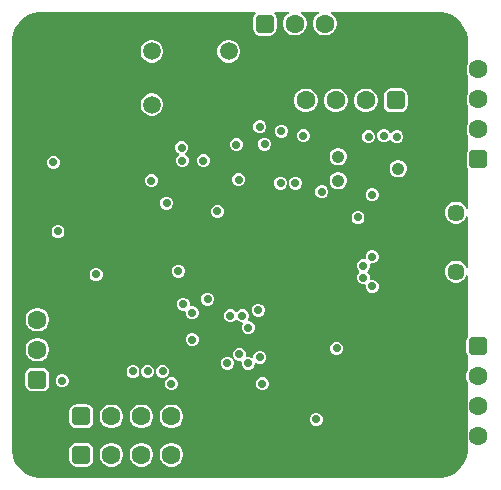
<source format=gbr>
%TF.GenerationSoftware,Altium Limited,Altium Designer,24.1.2 (44)*%
G04 Layer_Physical_Order=2*
G04 Layer_Color=36540*
%FSLAX45Y45*%
%MOMM*%
%TF.SameCoordinates,9F746DA8-F38A-4014-887F-1EC8760E2830*%
%TF.FilePolarity,Positive*%
%TF.FileFunction,Copper,L2,Inr,Signal*%
%TF.Part,Single*%
G01*
G75*
%TA.AperFunction,ComponentPad*%
%ADD36C,1.49800*%
%ADD37C,1.06700*%
%ADD38C,1.60000*%
G04:AMPARAMS|DCode=39|XSize=1.6mm|YSize=1.6mm|CornerRadius=0.4mm|HoleSize=0mm|Usage=FLASHONLY|Rotation=0.000|XOffset=0mm|YOffset=0mm|HoleType=Round|Shape=RoundedRectangle|*
%AMROUNDEDRECTD39*
21,1,1.60000,0.80000,0,0,0.0*
21,1,0.80000,1.60000,0,0,0.0*
1,1,0.80000,0.40000,-0.40000*
1,1,0.80000,-0.40000,-0.40000*
1,1,0.80000,-0.40000,0.40000*
1,1,0.80000,0.40000,0.40000*
%
%ADD39ROUNDEDRECTD39*%
G04:AMPARAMS|DCode=40|XSize=1.6mm|YSize=1.6mm|CornerRadius=0.4mm|HoleSize=0mm|Usage=FLASHONLY|Rotation=90.000|XOffset=0mm|YOffset=0mm|HoleType=Round|Shape=RoundedRectangle|*
%AMROUNDEDRECTD40*
21,1,1.60000,0.80000,0,0,90.0*
21,1,0.80000,1.60000,0,0,90.0*
1,1,0.80000,0.40000,0.40000*
1,1,0.80000,0.40000,-0.40000*
1,1,0.80000,-0.40000,-0.40000*
1,1,0.80000,-0.40000,0.40000*
%
%ADD40ROUNDEDRECTD40*%
%ADD41C,1.45000*%
%TA.AperFunction,ViaPad*%
%ADD42C,0.80000*%
%ADD43C,0.70000*%
%ADD44C,0.50000*%
G36*
X10530089Y11340239D02*
X10576314Y11321092D01*
X10617915Y11293294D01*
X10653294Y11257915D01*
X10681092Y11216314D01*
X10700239Y11170089D01*
X10710000Y11121017D01*
Y11096000D01*
Y10906115D01*
X10706815Y10900598D01*
X10700000Y10875165D01*
Y10848835D01*
X10706815Y10823402D01*
X10710000Y10817885D01*
Y10652115D01*
X10706815Y10646598D01*
X10700000Y10621165D01*
Y10594835D01*
X10706815Y10569402D01*
X10710000Y10563885D01*
Y10398115D01*
X10706815Y10392598D01*
X10700000Y10367165D01*
Y10340835D01*
X10706815Y10315402D01*
X10710000Y10309885D01*
Y10173167D01*
X10703481Y10163411D01*
X10698825Y10140000D01*
Y10060000D01*
X10703481Y10036589D01*
X10710000Y10026834D01*
Y9683257D01*
X10697300Y9681585D01*
X10696196Y9685704D01*
X10684019Y9706796D01*
X10666796Y9724018D01*
X10645704Y9736196D01*
X10622178Y9742500D01*
X10597822D01*
X10574297Y9736196D01*
X10553204Y9724018D01*
X10535982Y9706796D01*
X10523804Y9685704D01*
X10517500Y9662178D01*
Y9637822D01*
X10523804Y9614296D01*
X10535982Y9593204D01*
X10553204Y9575982D01*
X10574297Y9563804D01*
X10597822Y9557500D01*
X10622178D01*
X10645704Y9563804D01*
X10666796Y9575982D01*
X10684019Y9593204D01*
X10696196Y9614296D01*
X10697300Y9618415D01*
X10710000Y9616743D01*
Y9183257D01*
X10697300Y9181585D01*
X10696196Y9185703D01*
X10684019Y9206796D01*
X10666796Y9224018D01*
X10645704Y9236196D01*
X10622178Y9242500D01*
X10597822D01*
X10574297Y9236196D01*
X10553204Y9224018D01*
X10535982Y9206796D01*
X10523804Y9185703D01*
X10517500Y9162178D01*
Y9137822D01*
X10523804Y9114296D01*
X10535982Y9093204D01*
X10553204Y9075982D01*
X10574297Y9063804D01*
X10597822Y9057500D01*
X10622178D01*
X10645704Y9063804D01*
X10666796Y9075982D01*
X10684019Y9093204D01*
X10696196Y9114296D01*
X10697300Y9118415D01*
X10710000Y9116743D01*
Y8595908D01*
X10700981Y8582411D01*
X10696325Y8559000D01*
Y8479000D01*
X10700981Y8455589D01*
X10710000Y8442092D01*
Y8313445D01*
X10704315Y8303598D01*
X10697500Y8278165D01*
Y8251835D01*
X10704315Y8226402D01*
X10710000Y8216555D01*
Y7654000D01*
Y7628983D01*
X10700239Y7579911D01*
X10681092Y7533686D01*
X10653294Y7492084D01*
X10617915Y7456705D01*
X10576314Y7428908D01*
X10530089Y7409761D01*
X10481017Y7400000D01*
X7078983D01*
X7029911Y7409761D01*
X6983686Y7428908D01*
X6942084Y7456705D01*
X6906705Y7492084D01*
X6878908Y7533686D01*
X6859761Y7579911D01*
X6850000Y7628983D01*
Y7654000D01*
Y9510000D01*
Y11096000D01*
Y11121017D01*
X6859761Y11170089D01*
X6878908Y11216314D01*
X6906705Y11257915D01*
X6942084Y11293294D01*
X6983686Y11321092D01*
X7029911Y11340239D01*
X7078983Y11350000D01*
X8910940D01*
X8914792Y11337300D01*
X8908743Y11333257D01*
X8895481Y11313411D01*
X8890825Y11290000D01*
Y11210000D01*
X8895481Y11186589D01*
X8908743Y11166743D01*
X8928589Y11153481D01*
X8952000Y11148825D01*
X9032000D01*
X9055411Y11153481D01*
X9075257Y11166743D01*
X9088519Y11186589D01*
X9093175Y11210000D01*
Y11290000D01*
X9088519Y11313411D01*
X9075257Y11333257D01*
X9069208Y11337300D01*
X9073060Y11350000D01*
X9193805D01*
X9197208Y11337300D01*
X9184599Y11330020D01*
X9165980Y11311401D01*
X9152815Y11288598D01*
X9146000Y11263165D01*
Y11236835D01*
X9152815Y11211402D01*
X9165980Y11188599D01*
X9184599Y11169980D01*
X9207402Y11156815D01*
X9232835Y11150000D01*
X9259165D01*
X9284598Y11156815D01*
X9307401Y11169980D01*
X9326020Y11188599D01*
X9339185Y11211402D01*
X9346000Y11236835D01*
Y11263165D01*
X9339185Y11288598D01*
X9326020Y11311401D01*
X9307401Y11330020D01*
X9294792Y11337300D01*
X9298195Y11350000D01*
X9447805D01*
X9451208Y11337300D01*
X9438599Y11330020D01*
X9419980Y11311401D01*
X9406815Y11288598D01*
X9400000Y11263165D01*
Y11236835D01*
X9406815Y11211402D01*
X9419980Y11188599D01*
X9438599Y11169980D01*
X9461402Y11156815D01*
X9486835Y11150000D01*
X9513165D01*
X9538598Y11156815D01*
X9561401Y11169980D01*
X9580020Y11188599D01*
X9593185Y11211402D01*
X9600000Y11236835D01*
Y11263165D01*
X9593185Y11288598D01*
X9580020Y11311401D01*
X9561401Y11330020D01*
X9548792Y11337300D01*
X9552195Y11350000D01*
X10481017D01*
X10530089Y11340239D01*
D02*
G37*
%LPC*%
G36*
X8697494Y11109900D02*
X8672506D01*
X8648370Y11103433D01*
X8626730Y11090939D01*
X8609061Y11073270D01*
X8596568Y11051630D01*
X8590100Y11027494D01*
Y11002506D01*
X8596568Y10978370D01*
X8609061Y10956730D01*
X8626730Y10939061D01*
X8648370Y10926567D01*
X8672506Y10920100D01*
X8697494D01*
X8721630Y10926567D01*
X8743270Y10939061D01*
X8760939Y10956730D01*
X8773433Y10978370D01*
X8779900Y11002506D01*
Y11027494D01*
X8773433Y11051630D01*
X8760939Y11073270D01*
X8743270Y11090939D01*
X8721630Y11103433D01*
X8697494Y11109900D01*
D02*
G37*
G36*
X8047494D02*
X8022506D01*
X7998370Y11103433D01*
X7976730Y11090939D01*
X7959061Y11073270D01*
X7946567Y11051630D01*
X7940100Y11027494D01*
Y11002506D01*
X7946567Y10978370D01*
X7959061Y10956730D01*
X7976730Y10939061D01*
X7998370Y10926567D01*
X8022506Y10920100D01*
X8047494D01*
X8071630Y10926567D01*
X8093270Y10939061D01*
X8110939Y10956730D01*
X8123433Y10978370D01*
X8129900Y11002506D01*
Y11027494D01*
X8123433Y11051630D01*
X8110939Y11073270D01*
X8093270Y11090939D01*
X8071630Y11103433D01*
X8047494Y11109900D01*
D02*
G37*
G36*
X9859165Y10700000D02*
X9832835D01*
X9807402Y10693185D01*
X9784599Y10680020D01*
X9765980Y10661401D01*
X9752815Y10638598D01*
X9746000Y10613165D01*
Y10586835D01*
X9752815Y10561402D01*
X9765980Y10538599D01*
X9784599Y10519980D01*
X9807402Y10506815D01*
X9832835Y10500000D01*
X9859165D01*
X9884598Y10506815D01*
X9907401Y10519980D01*
X9926020Y10538599D01*
X9939185Y10561402D01*
X9946000Y10586835D01*
Y10613165D01*
X9939185Y10638598D01*
X9926020Y10661401D01*
X9907401Y10680020D01*
X9884598Y10693185D01*
X9859165Y10700000D01*
D02*
G37*
G36*
X9605165D02*
X9578835D01*
X9553402Y10693185D01*
X9530599Y10680020D01*
X9511980Y10661401D01*
X9498815Y10638598D01*
X9492000Y10613165D01*
Y10586835D01*
X9498815Y10561402D01*
X9511980Y10538599D01*
X9530599Y10519980D01*
X9553402Y10506815D01*
X9578835Y10500000D01*
X9605165D01*
X9630598Y10506815D01*
X9653401Y10519980D01*
X9672020Y10538599D01*
X9685185Y10561402D01*
X9692000Y10586835D01*
Y10613165D01*
X9685185Y10638598D01*
X9672020Y10661401D01*
X9653401Y10680020D01*
X9630598Y10693185D01*
X9605165Y10700000D01*
D02*
G37*
G36*
X9351165D02*
X9324835D01*
X9299402Y10693185D01*
X9276599Y10680020D01*
X9257980Y10661401D01*
X9244815Y10638598D01*
X9238000Y10613165D01*
Y10586835D01*
X9244815Y10561402D01*
X9257980Y10538599D01*
X9276599Y10519980D01*
X9299402Y10506815D01*
X9324835Y10500000D01*
X9351165D01*
X9376598Y10506815D01*
X9399401Y10519980D01*
X9418020Y10538599D01*
X9431185Y10561402D01*
X9438000Y10586835D01*
Y10613165D01*
X9431185Y10638598D01*
X9418020Y10661401D01*
X9399401Y10680020D01*
X9376598Y10693185D01*
X9351165Y10700000D01*
D02*
G37*
G36*
X10140000Y10701175D02*
X10060000D01*
X10036589Y10696519D01*
X10016743Y10683257D01*
X10003481Y10663411D01*
X9998825Y10640000D01*
Y10560000D01*
X10003481Y10536589D01*
X10016743Y10516742D01*
X10036589Y10503481D01*
X10060000Y10498825D01*
X10140000D01*
X10163411Y10503481D01*
X10183258Y10516742D01*
X10196519Y10536589D01*
X10201175Y10560000D01*
Y10640000D01*
X10196519Y10663411D01*
X10183258Y10683257D01*
X10163411Y10696519D01*
X10140000Y10701175D01*
D02*
G37*
G36*
X8047494Y10659900D02*
X8022506D01*
X7998370Y10653433D01*
X7976730Y10640939D01*
X7959061Y10623270D01*
X7946567Y10601630D01*
X7940100Y10577494D01*
Y10552506D01*
X7946567Y10528370D01*
X7959061Y10506730D01*
X7976730Y10489061D01*
X7998370Y10476567D01*
X8022506Y10470100D01*
X8047494D01*
X8071630Y10476567D01*
X8093270Y10489061D01*
X8110939Y10506730D01*
X8123433Y10528370D01*
X8129900Y10552506D01*
Y10577494D01*
X8123433Y10601630D01*
X8110939Y10623270D01*
X8093270Y10640939D01*
X8071630Y10653433D01*
X8047494Y10659900D01*
D02*
G37*
G36*
X8960940Y10430000D02*
X8939060D01*
X8918845Y10421627D01*
X8903373Y10406155D01*
X8895000Y10385940D01*
Y10364060D01*
X8903373Y10343845D01*
X8918845Y10328374D01*
X8939060Y10320000D01*
X8960940D01*
X8981155Y10328374D01*
X8996626Y10343845D01*
X9005000Y10364060D01*
Y10385940D01*
X8996626Y10406155D01*
X8981155Y10421627D01*
X8960940Y10430000D01*
D02*
G37*
G36*
X9140940Y10395000D02*
X9119060D01*
X9098845Y10386626D01*
X9083374Y10371155D01*
X9075000Y10350940D01*
Y10329060D01*
X9083374Y10308845D01*
X9098845Y10293373D01*
X9119060Y10285000D01*
X9140940D01*
X9161155Y10293373D01*
X9176627Y10308845D01*
X9185000Y10329060D01*
Y10350940D01*
X9176627Y10371155D01*
X9161155Y10386626D01*
X9140940Y10395000D01*
D02*
G37*
G36*
X9328440Y10355000D02*
X9306560D01*
X9286345Y10346626D01*
X9270874Y10331155D01*
X9262500Y10310940D01*
Y10289060D01*
X9270874Y10268845D01*
X9286345Y10253373D01*
X9306560Y10245000D01*
X9328440D01*
X9348655Y10253373D01*
X9364127Y10268845D01*
X9372500Y10289060D01*
Y10310940D01*
X9364127Y10331155D01*
X9348655Y10346626D01*
X9328440Y10355000D01*
D02*
G37*
G36*
X10010940D02*
X9989060D01*
X9968845Y10346626D01*
X9953374Y10331155D01*
X9945000Y10310940D01*
Y10289060D01*
X9953374Y10268845D01*
X9968845Y10253373D01*
X9989060Y10245000D01*
X10010940D01*
X10031155Y10253373D01*
X10045819Y10268038D01*
X10051534Y10268332D01*
X10059802Y10267467D01*
X10063374Y10258845D01*
X10078845Y10243373D01*
X10099060Y10235000D01*
X10120940D01*
X10141155Y10243373D01*
X10156627Y10258845D01*
X10165000Y10279060D01*
Y10300940D01*
X10156627Y10321155D01*
X10141155Y10336627D01*
X10120940Y10345000D01*
X10099060D01*
X10078845Y10336627D01*
X10064181Y10321962D01*
X10058466Y10321668D01*
X10050198Y10322533D01*
X10046627Y10331155D01*
X10031155Y10346626D01*
X10010940Y10355000D01*
D02*
G37*
G36*
X9880940Y10345000D02*
X9859060D01*
X9838845Y10336627D01*
X9823374Y10321155D01*
X9815000Y10300940D01*
Y10279060D01*
X9823374Y10258845D01*
X9838845Y10243373D01*
X9859060Y10235000D01*
X9880940D01*
X9901155Y10243373D01*
X9916627Y10258845D01*
X9925000Y10279060D01*
Y10300940D01*
X9916627Y10321155D01*
X9901155Y10336627D01*
X9880940Y10345000D01*
D02*
G37*
G36*
X9000940Y10285000D02*
X8979060D01*
X8958845Y10276627D01*
X8943374Y10261155D01*
X8935000Y10240940D01*
Y10219060D01*
X8943374Y10198845D01*
X8958845Y10183374D01*
X8979060Y10175000D01*
X9000940D01*
X9021155Y10183374D01*
X9036627Y10198845D01*
X9045000Y10219060D01*
Y10240940D01*
X9036627Y10261155D01*
X9021155Y10276627D01*
X9000940Y10285000D01*
D02*
G37*
G36*
X8760940Y10280000D02*
X8739060D01*
X8718845Y10271627D01*
X8703373Y10256155D01*
X8695000Y10235940D01*
Y10214060D01*
X8703373Y10193845D01*
X8718845Y10178374D01*
X8739060Y10170000D01*
X8760940D01*
X8781155Y10178374D01*
X8796627Y10193845D01*
X8805000Y10214060D01*
Y10235940D01*
X8796627Y10256155D01*
X8781155Y10271627D01*
X8760940Y10280000D01*
D02*
G37*
G36*
X9623157Y10197450D02*
X9603843D01*
X9585188Y10192451D01*
X9568462Y10182794D01*
X9554805Y10169138D01*
X9545149Y10152412D01*
X9540150Y10133756D01*
Y10114443D01*
X9545149Y10095788D01*
X9554805Y10079062D01*
X9568462Y10065405D01*
X9585188Y10055749D01*
X9603843Y10050750D01*
X9623157D01*
X9641812Y10055749D01*
X9658538Y10065405D01*
X9672195Y10079062D01*
X9681851Y10095788D01*
X9686850Y10114443D01*
Y10133756D01*
X9681851Y10152412D01*
X9672195Y10169138D01*
X9658538Y10182794D01*
X9641812Y10192451D01*
X9623157Y10197450D01*
D02*
G37*
G36*
X8480940Y10145000D02*
X8459060D01*
X8438845Y10136626D01*
X8423374Y10121155D01*
X8415000Y10100940D01*
Y10079060D01*
X8423374Y10058845D01*
X8438845Y10043373D01*
X8459060Y10035000D01*
X8480940D01*
X8501155Y10043373D01*
X8516627Y10058845D01*
X8525000Y10079060D01*
Y10100940D01*
X8516627Y10121155D01*
X8501155Y10136626D01*
X8480940Y10145000D01*
D02*
G37*
G36*
X8297352Y10255000D02*
X8275472D01*
X8255257Y10246626D01*
X8239785Y10231155D01*
X8231412Y10210940D01*
Y10189060D01*
X8239785Y10168845D01*
X8255257Y10153373D01*
X8261923Y10150612D01*
Y10136866D01*
X8261345Y10136626D01*
X8245874Y10121155D01*
X8237500Y10100940D01*
Y10079060D01*
X8245874Y10058845D01*
X8261345Y10043373D01*
X8281560Y10035000D01*
X8303440D01*
X8323655Y10043373D01*
X8339127Y10058845D01*
X8347500Y10079060D01*
Y10100940D01*
X8339127Y10121155D01*
X8323655Y10136626D01*
X8316989Y10139388D01*
Y10153134D01*
X8317567Y10153373D01*
X8333038Y10168845D01*
X8341412Y10189060D01*
Y10210940D01*
X8333038Y10231155D01*
X8317567Y10246626D01*
X8297352Y10255000D01*
D02*
G37*
G36*
X7210940Y10130000D02*
X7189060D01*
X7168845Y10121626D01*
X7153374Y10106155D01*
X7145000Y10085940D01*
Y10064060D01*
X7153374Y10043845D01*
X7168845Y10028373D01*
X7189060Y10020000D01*
X7210940D01*
X7231155Y10028373D01*
X7246627Y10043845D01*
X7255000Y10064060D01*
Y10085940D01*
X7246627Y10106155D01*
X7231155Y10121626D01*
X7210940Y10130000D01*
D02*
G37*
G36*
X10131157Y10095850D02*
X10111843D01*
X10093188Y10090851D01*
X10076462Y10081194D01*
X10062805Y10067538D01*
X10053149Y10050812D01*
X10048150Y10032156D01*
Y10012843D01*
X10053149Y9994188D01*
X10062805Y9977462D01*
X10076462Y9963805D01*
X10093188Y9954149D01*
X10111843Y9949150D01*
X10131157D01*
X10149812Y9954149D01*
X10166538Y9963805D01*
X10180195Y9977462D01*
X10189851Y9994188D01*
X10194850Y10012843D01*
Y10032156D01*
X10189851Y10050812D01*
X10180195Y10067538D01*
X10166538Y10081194D01*
X10149812Y10090851D01*
X10131157Y10095850D01*
D02*
G37*
G36*
X8780940Y9985000D02*
X8759060D01*
X8738845Y9976626D01*
X8723373Y9961155D01*
X8715000Y9940940D01*
Y9919060D01*
X8723373Y9898845D01*
X8738845Y9883373D01*
X8759060Y9875000D01*
X8780940D01*
X8801155Y9883373D01*
X8816627Y9898845D01*
X8825000Y9919060D01*
Y9940940D01*
X8816627Y9961155D01*
X8801155Y9976626D01*
X8780940Y9985000D01*
D02*
G37*
G36*
X8040940Y9975000D02*
X8019060D01*
X7998845Y9966626D01*
X7983373Y9951155D01*
X7975000Y9930940D01*
Y9909060D01*
X7983373Y9888845D01*
X7998845Y9873373D01*
X8019060Y9865000D01*
X8040940D01*
X8061155Y9873373D01*
X8076626Y9888845D01*
X8085000Y9909060D01*
Y9930940D01*
X8076626Y9951155D01*
X8061155Y9966626D01*
X8040940Y9975000D01*
D02*
G37*
G36*
X9623157Y9994250D02*
X9603843D01*
X9585188Y9989251D01*
X9568462Y9979594D01*
X9554805Y9965938D01*
X9545149Y9949212D01*
X9540150Y9930556D01*
Y9911243D01*
X9545149Y9892588D01*
X9554805Y9875862D01*
X9568462Y9862205D01*
X9585188Y9852549D01*
X9603843Y9847550D01*
X9623157D01*
X9641812Y9852549D01*
X9658538Y9862205D01*
X9672195Y9875862D01*
X9681851Y9892588D01*
X9686850Y9911243D01*
Y9930556D01*
X9681851Y9949212D01*
X9672195Y9965938D01*
X9658538Y9979594D01*
X9641812Y9989251D01*
X9623157Y9994250D01*
D02*
G37*
G36*
X9260940Y9955000D02*
X9239060D01*
X9218845Y9946627D01*
X9203374Y9931155D01*
X9195000Y9910940D01*
Y9889060D01*
X9203374Y9868845D01*
X9218845Y9853373D01*
X9239060Y9845000D01*
X9260940D01*
X9281155Y9853373D01*
X9296627Y9868845D01*
X9305000Y9889060D01*
Y9910940D01*
X9296627Y9931155D01*
X9281155Y9946627D01*
X9260940Y9955000D01*
D02*
G37*
G36*
X9135940D02*
X9114060D01*
X9093845Y9946627D01*
X9078374Y9931155D01*
X9070000Y9910940D01*
Y9889060D01*
X9078374Y9868845D01*
X9093845Y9853373D01*
X9114060Y9845000D01*
X9135940D01*
X9156155Y9853373D01*
X9171627Y9868845D01*
X9180000Y9889060D01*
Y9910940D01*
X9171627Y9931155D01*
X9156155Y9946627D01*
X9135940Y9955000D01*
D02*
G37*
G36*
X9485940Y9880000D02*
X9464060D01*
X9443845Y9871626D01*
X9428374Y9856155D01*
X9420000Y9835940D01*
Y9814060D01*
X9428374Y9793845D01*
X9443845Y9778373D01*
X9464060Y9770000D01*
X9485940D01*
X9506155Y9778373D01*
X9521627Y9793845D01*
X9530000Y9814060D01*
Y9835940D01*
X9521627Y9856155D01*
X9506155Y9871626D01*
X9485940Y9880000D01*
D02*
G37*
G36*
X9910940Y9855000D02*
X9889060D01*
X9868845Y9846626D01*
X9853373Y9831155D01*
X9845000Y9810940D01*
Y9789060D01*
X9853373Y9768845D01*
X9868845Y9753373D01*
X9889060Y9745000D01*
X9910940D01*
X9931155Y9753373D01*
X9946627Y9768845D01*
X9955000Y9789060D01*
Y9810940D01*
X9946627Y9831155D01*
X9931155Y9846626D01*
X9910940Y9855000D01*
D02*
G37*
G36*
X8170940Y9785000D02*
X8149060D01*
X8128845Y9776627D01*
X8113373Y9761155D01*
X8105000Y9740940D01*
Y9719060D01*
X8113373Y9698845D01*
X8128845Y9683374D01*
X8149060Y9675000D01*
X8170940D01*
X8191155Y9683374D01*
X8206626Y9698845D01*
X8215000Y9719060D01*
Y9740940D01*
X8206626Y9761155D01*
X8191155Y9776627D01*
X8170940Y9785000D01*
D02*
G37*
G36*
X8600940Y9715000D02*
X8579060D01*
X8558845Y9706627D01*
X8543374Y9691155D01*
X8535000Y9670940D01*
Y9649060D01*
X8543374Y9628845D01*
X8558845Y9613373D01*
X8579060Y9605000D01*
X8600940D01*
X8621155Y9613373D01*
X8636627Y9628845D01*
X8645000Y9649060D01*
Y9670940D01*
X8636627Y9691155D01*
X8621155Y9706627D01*
X8600940Y9715000D01*
D02*
G37*
G36*
X9790940Y9665000D02*
X9769060D01*
X9748845Y9656627D01*
X9733373Y9641155D01*
X9725000Y9620940D01*
Y9599060D01*
X9733373Y9578845D01*
X9748845Y9563374D01*
X9769060Y9555000D01*
X9790940D01*
X9811155Y9563374D01*
X9826627Y9578845D01*
X9835000Y9599060D01*
Y9620940D01*
X9826627Y9641155D01*
X9811155Y9656627D01*
X9790940Y9665000D01*
D02*
G37*
G36*
X7250940Y9545000D02*
X7229060D01*
X7208845Y9536627D01*
X7193373Y9521155D01*
X7185000Y9500940D01*
Y9479060D01*
X7193373Y9458845D01*
X7208845Y9443374D01*
X7229060Y9435000D01*
X7250940D01*
X7271155Y9443374D01*
X7286627Y9458845D01*
X7295000Y9479060D01*
Y9500940D01*
X7286627Y9521155D01*
X7271155Y9536627D01*
X7250940Y9545000D01*
D02*
G37*
G36*
X8270940Y9210000D02*
X8249060D01*
X8228845Y9201627D01*
X8213373Y9186155D01*
X8205000Y9165940D01*
Y9144060D01*
X8213373Y9123845D01*
X8228845Y9108373D01*
X8249060Y9100000D01*
X8270940D01*
X8291155Y9108373D01*
X8306627Y9123845D01*
X8315000Y9144060D01*
Y9165940D01*
X8306627Y9186155D01*
X8291155Y9201627D01*
X8270940Y9210000D01*
D02*
G37*
G36*
X7572729Y9183210D02*
X7550849D01*
X7530634Y9174837D01*
X7515163Y9159365D01*
X7506789Y9139150D01*
Y9117270D01*
X7515163Y9097055D01*
X7530634Y9081584D01*
X7550849Y9073210D01*
X7572729D01*
X7592944Y9081584D01*
X7608416Y9097055D01*
X7616789Y9117270D01*
Y9139150D01*
X7608416Y9159365D01*
X7592944Y9174837D01*
X7572729Y9183210D01*
D02*
G37*
G36*
X9910741Y9330199D02*
X9888861D01*
X9868647Y9321825D01*
X9853175Y9306353D01*
X9844801Y9286139D01*
Y9265400D01*
X9840664Y9260525D01*
X9834795Y9255229D01*
X9814289D01*
X9794075Y9246856D01*
X9778603Y9231384D01*
X9770230Y9211170D01*
Y9189289D01*
X9778603Y9169075D01*
X9789220Y9158457D01*
X9792540Y9149965D01*
X9789151Y9141933D01*
X9778373Y9131155D01*
X9770000Y9110940D01*
Y9089060D01*
X9778373Y9068845D01*
X9793845Y9053374D01*
X9814060Y9045000D01*
X9835940D01*
X9836076Y9045057D01*
X9845057Y9036076D01*
X9845000Y9035940D01*
Y9014060D01*
X9853373Y8993845D01*
X9868845Y8978373D01*
X9889060Y8970000D01*
X9910940D01*
X9931155Y8978373D01*
X9946627Y8993845D01*
X9955000Y9014060D01*
Y9035940D01*
X9946627Y9056155D01*
X9931155Y9071627D01*
X9910940Y9080000D01*
X9889060D01*
X9888924Y9079943D01*
X9879943Y9088924D01*
X9880000Y9089060D01*
Y9110940D01*
X9871626Y9131155D01*
X9861009Y9141772D01*
X9857690Y9150264D01*
X9861078Y9158297D01*
X9871856Y9169075D01*
X9880229Y9189289D01*
Y9210028D01*
X9884367Y9214903D01*
X9890236Y9220199D01*
X9910741D01*
X9930956Y9228572D01*
X9946428Y9244044D01*
X9954801Y9264259D01*
Y9286139D01*
X9946428Y9306353D01*
X9930956Y9321825D01*
X9910741Y9330199D01*
D02*
G37*
G36*
X8518252Y8972583D02*
X8496372D01*
X8476157Y8964209D01*
X8460686Y8948738D01*
X8452312Y8928523D01*
Y8906643D01*
X8460686Y8886428D01*
X8476157Y8870956D01*
X8496372Y8862583D01*
X8518252D01*
X8538467Y8870956D01*
X8553939Y8886428D01*
X8562312Y8906643D01*
Y8928523D01*
X8553939Y8948738D01*
X8538467Y8964209D01*
X8518252Y8972583D01*
D02*
G37*
G36*
X8810940Y8830000D02*
X8789060D01*
X8768845Y8821627D01*
X8758297Y8811078D01*
X8750000Y8807578D01*
X8741703Y8811078D01*
X8731155Y8821627D01*
X8710940Y8830000D01*
X8689060D01*
X8668845Y8821627D01*
X8653374Y8806155D01*
X8645000Y8785940D01*
Y8764060D01*
X8653374Y8743845D01*
X8668845Y8728373D01*
X8689060Y8720000D01*
X8710940D01*
X8731155Y8728373D01*
X8741703Y8738922D01*
X8750000Y8742422D01*
X8758297Y8738922D01*
X8768845Y8728373D01*
X8789060Y8720000D01*
X8799258D01*
X8804519Y8707300D01*
X8803374Y8706155D01*
X8795000Y8685940D01*
Y8664060D01*
X8803374Y8643845D01*
X8818845Y8628373D01*
X8839060Y8620000D01*
X8860940D01*
X8881155Y8628373D01*
X8896627Y8643845D01*
X8905000Y8664060D01*
Y8685940D01*
X8896627Y8706155D01*
X8881155Y8721626D01*
X8860940Y8730000D01*
X8850742D01*
X8845481Y8742700D01*
X8846626Y8743845D01*
X8855000Y8764060D01*
Y8785940D01*
X8846626Y8806155D01*
X8831155Y8821627D01*
X8810940Y8830000D01*
D02*
G37*
G36*
X8945940Y8880000D02*
X8924060D01*
X8903845Y8871626D01*
X8888373Y8856155D01*
X8880000Y8835940D01*
Y8814060D01*
X8888373Y8793845D01*
X8903845Y8778373D01*
X8924060Y8770000D01*
X8945940D01*
X8966155Y8778373D01*
X8981626Y8793845D01*
X8990000Y8814060D01*
Y8835940D01*
X8981626Y8856155D01*
X8966155Y8871626D01*
X8945940Y8880000D01*
D02*
G37*
G36*
X8310940Y8930000D02*
X8289060D01*
X8268845Y8921627D01*
X8253373Y8906155D01*
X8245000Y8885940D01*
Y8864060D01*
X8253373Y8843845D01*
X8268845Y8828374D01*
X8289060Y8820000D01*
X8310940D01*
X8311076Y8820057D01*
X8320057Y8811076D01*
X8320000Y8810940D01*
Y8789060D01*
X8328373Y8768845D01*
X8343845Y8753373D01*
X8364060Y8745000D01*
X8385940D01*
X8406155Y8753373D01*
X8421627Y8768845D01*
X8430000Y8789060D01*
Y8810940D01*
X8421627Y8831155D01*
X8406155Y8846626D01*
X8385940Y8855000D01*
X8364060D01*
X8363924Y8854943D01*
X8354943Y8863924D01*
X8355000Y8864060D01*
Y8885940D01*
X8346626Y8906155D01*
X8331155Y8921627D01*
X8310940Y8930000D01*
D02*
G37*
G36*
X7078165Y8844500D02*
X7051835D01*
X7026402Y8837685D01*
X7003599Y8824520D01*
X6984980Y8805901D01*
X6971815Y8783098D01*
X6965000Y8757665D01*
Y8731335D01*
X6971815Y8705902D01*
X6984980Y8683099D01*
X7003599Y8664480D01*
X7026402Y8651315D01*
X7051835Y8644500D01*
X7078165D01*
X7103598Y8651315D01*
X7126401Y8664480D01*
X7145020Y8683099D01*
X7158185Y8705902D01*
X7165000Y8731335D01*
Y8757665D01*
X7158185Y8783098D01*
X7145020Y8805901D01*
X7126401Y8824520D01*
X7103598Y8837685D01*
X7078165Y8844500D01*
D02*
G37*
G36*
X8385940Y8630000D02*
X8364060D01*
X8343845Y8621627D01*
X8328373Y8606155D01*
X8320000Y8585940D01*
Y8564060D01*
X8328373Y8543845D01*
X8343845Y8528374D01*
X8364060Y8520000D01*
X8385940D01*
X8406155Y8528374D01*
X8421627Y8543845D01*
X8430000Y8564060D01*
Y8585940D01*
X8421627Y8606155D01*
X8406155Y8621627D01*
X8385940Y8630000D01*
D02*
G37*
G36*
X9610940Y8555000D02*
X9589060D01*
X9568845Y8546627D01*
X9553374Y8531155D01*
X9545000Y8510940D01*
Y8489060D01*
X9553374Y8468845D01*
X9568845Y8453373D01*
X9589060Y8445000D01*
X9610940D01*
X9631155Y8453373D01*
X9646627Y8468845D01*
X9655000Y8489060D01*
Y8510940D01*
X9646627Y8531155D01*
X9631155Y8546627D01*
X9610940Y8555000D01*
D02*
G37*
G36*
X7078165Y8590500D02*
X7051835D01*
X7026402Y8583685D01*
X7003599Y8570520D01*
X6984980Y8551901D01*
X6971815Y8529098D01*
X6965000Y8503665D01*
Y8477335D01*
X6971815Y8451902D01*
X6984980Y8429099D01*
X7003599Y8410480D01*
X7026402Y8397315D01*
X7051835Y8390500D01*
X7078165D01*
X7103598Y8397315D01*
X7126401Y8410480D01*
X7145020Y8429099D01*
X7158185Y8451902D01*
X7165000Y8477335D01*
Y8503665D01*
X7158185Y8529098D01*
X7145020Y8551901D01*
X7126401Y8570520D01*
X7103598Y8583685D01*
X7078165Y8590500D01*
D02*
G37*
G36*
X8785940Y8505000D02*
X8764060D01*
X8743845Y8496627D01*
X8728373Y8481155D01*
X8720000Y8460940D01*
Y8439060D01*
X8728373Y8418845D01*
X8743845Y8403374D01*
X8764060Y8395000D01*
X8785940D01*
X8786076Y8395057D01*
X8795057Y8386076D01*
X8795000Y8385940D01*
Y8364060D01*
X8803374Y8343845D01*
X8818845Y8328373D01*
X8839060Y8320000D01*
X8860940D01*
X8881155Y8328373D01*
X8896627Y8343845D01*
X8905000Y8364060D01*
Y8374258D01*
X8917700Y8379518D01*
X8918845Y8378373D01*
X8939060Y8370000D01*
X8960940D01*
X8981155Y8378373D01*
X8996626Y8393845D01*
X9005000Y8414060D01*
Y8435940D01*
X8996626Y8456155D01*
X8981155Y8471626D01*
X8960940Y8480000D01*
X8939060D01*
X8918845Y8471626D01*
X8903373Y8456155D01*
X8895000Y8435940D01*
Y8425742D01*
X8882300Y8420482D01*
X8881155Y8421627D01*
X8860940Y8430000D01*
X8839060D01*
X8838924Y8429944D01*
X8829943Y8438924D01*
X8830000Y8439060D01*
Y8460940D01*
X8821627Y8481155D01*
X8806155Y8496627D01*
X8785940Y8505000D01*
D02*
G37*
G36*
X8685940Y8430000D02*
X8664060D01*
X8643845Y8421627D01*
X8628373Y8406155D01*
X8620000Y8385940D01*
Y8364060D01*
X8628373Y8343845D01*
X8643845Y8328373D01*
X8664060Y8320000D01*
X8685940D01*
X8706155Y8328373D01*
X8721626Y8343845D01*
X8730000Y8364060D01*
Y8385940D01*
X8721626Y8406155D01*
X8706155Y8421627D01*
X8685940Y8430000D01*
D02*
G37*
G36*
X8135940Y8360000D02*
X8114060D01*
X8093845Y8351627D01*
X8078373Y8336155D01*
X8070000Y8315940D01*
Y8294060D01*
X8078373Y8273845D01*
X8093845Y8258374D01*
X8114060Y8250000D01*
X8135940D01*
X8156155Y8258374D01*
X8171627Y8273845D01*
X8180000Y8294060D01*
Y8315940D01*
X8171627Y8336155D01*
X8156155Y8351627D01*
X8135940Y8360000D01*
D02*
G37*
G36*
X8010940D02*
X7989060D01*
X7968845Y8351627D01*
X7953373Y8336155D01*
X7945000Y8315940D01*
Y8294060D01*
X7953373Y8273845D01*
X7968845Y8258374D01*
X7989060Y8250000D01*
X8010940D01*
X8031155Y8258374D01*
X8046627Y8273845D01*
X8055000Y8294060D01*
Y8315940D01*
X8046627Y8336155D01*
X8031155Y8351627D01*
X8010940Y8360000D01*
D02*
G37*
G36*
X7885940D02*
X7864060D01*
X7843845Y8351627D01*
X7828373Y8336155D01*
X7820000Y8315940D01*
Y8294060D01*
X7828373Y8273845D01*
X7843845Y8258374D01*
X7864060Y8250000D01*
X7885940D01*
X7906155Y8258374D01*
X7921627Y8273845D01*
X7930000Y8294060D01*
Y8315940D01*
X7921627Y8336155D01*
X7906155Y8351627D01*
X7885940Y8360000D01*
D02*
G37*
G36*
X7285940Y8280000D02*
X7264060D01*
X7243845Y8271627D01*
X7228373Y8256155D01*
X7220000Y8235940D01*
Y8214060D01*
X7228373Y8193845D01*
X7243845Y8178374D01*
X7264060Y8170000D01*
X7285940D01*
X7306155Y8178374D01*
X7321626Y8193845D01*
X7330000Y8214060D01*
Y8235940D01*
X7321626Y8256155D01*
X7306155Y8271627D01*
X7285940Y8280000D01*
D02*
G37*
G36*
X8982019Y8255000D02*
X8960139D01*
X8939924Y8246627D01*
X8924452Y8231155D01*
X8916079Y8210940D01*
Y8189060D01*
X8924452Y8168845D01*
X8939924Y8153374D01*
X8960139Y8145000D01*
X8982019D01*
X9002233Y8153374D01*
X9017705Y8168845D01*
X9026078Y8189060D01*
Y8210940D01*
X9017705Y8231155D01*
X9002233Y8246627D01*
X8982019Y8255000D01*
D02*
G37*
G36*
X8210940D02*
X8189060D01*
X8168845Y8246627D01*
X8153374Y8231155D01*
X8145000Y8210940D01*
Y8189060D01*
X8153374Y8168845D01*
X8168845Y8153374D01*
X8189060Y8145000D01*
X8210940D01*
X8231155Y8153374D01*
X8246627Y8168845D01*
X8255000Y8189060D01*
Y8210940D01*
X8246627Y8231155D01*
X8231155Y8246627D01*
X8210940Y8255000D01*
D02*
G37*
G36*
X7105000Y8337675D02*
X7025000D01*
X7001589Y8333019D01*
X6981743Y8319757D01*
X6968481Y8299911D01*
X6963825Y8276500D01*
Y8196500D01*
X6968481Y8173089D01*
X6981743Y8153243D01*
X7001589Y8139981D01*
X7025000Y8135325D01*
X7105000D01*
X7128411Y8139981D01*
X7148257Y8153243D01*
X7161519Y8173089D01*
X7166175Y8196500D01*
Y8276500D01*
X7161519Y8299911D01*
X7148257Y8319757D01*
X7128411Y8333019D01*
X7105000Y8337675D01*
D02*
G37*
G36*
X9435940Y7955000D02*
X9414060D01*
X9393845Y7946626D01*
X9378373Y7931155D01*
X9370000Y7910940D01*
Y7889060D01*
X9378373Y7868845D01*
X9393845Y7853373D01*
X9414060Y7845000D01*
X9435940D01*
X9456155Y7853373D01*
X9471626Y7868845D01*
X9480000Y7889060D01*
Y7910940D01*
X9471626Y7931155D01*
X9456155Y7946626D01*
X9435940Y7955000D01*
D02*
G37*
G36*
X8213165Y8025000D02*
X8186835D01*
X8161402Y8018185D01*
X8138599Y8005020D01*
X8119980Y7986401D01*
X8106815Y7963598D01*
X8100000Y7938165D01*
Y7911835D01*
X8106815Y7886402D01*
X8119980Y7863599D01*
X8138599Y7844980D01*
X8161402Y7831815D01*
X8186835Y7825000D01*
X8213165D01*
X8238598Y7831815D01*
X8261401Y7844980D01*
X8280020Y7863599D01*
X8293185Y7886402D01*
X8300000Y7911835D01*
Y7938165D01*
X8293185Y7963598D01*
X8280020Y7986401D01*
X8261401Y8005020D01*
X8238598Y8018185D01*
X8213165Y8025000D01*
D02*
G37*
G36*
X7959165D02*
X7932835D01*
X7907402Y8018185D01*
X7884599Y8005020D01*
X7865980Y7986401D01*
X7852815Y7963598D01*
X7846000Y7938165D01*
Y7911835D01*
X7852815Y7886402D01*
X7865980Y7863599D01*
X7884599Y7844980D01*
X7907402Y7831815D01*
X7932835Y7825000D01*
X7959165D01*
X7984598Y7831815D01*
X8007401Y7844980D01*
X8026020Y7863599D01*
X8039185Y7886402D01*
X8046000Y7911835D01*
Y7938165D01*
X8039185Y7963598D01*
X8026020Y7986401D01*
X8007401Y8005020D01*
X7984598Y8018185D01*
X7959165Y8025000D01*
D02*
G37*
G36*
X7705165D02*
X7678835D01*
X7653402Y8018185D01*
X7630599Y8005020D01*
X7611980Y7986401D01*
X7598815Y7963598D01*
X7592000Y7938165D01*
Y7911835D01*
X7598815Y7886402D01*
X7611980Y7863599D01*
X7630599Y7844980D01*
X7653402Y7831815D01*
X7678835Y7825000D01*
X7705165D01*
X7730598Y7831815D01*
X7753401Y7844980D01*
X7772020Y7863599D01*
X7785185Y7886402D01*
X7792000Y7911835D01*
Y7938165D01*
X7785185Y7963598D01*
X7772020Y7986401D01*
X7753401Y8005020D01*
X7730598Y8018185D01*
X7705165Y8025000D01*
D02*
G37*
G36*
X7478000Y8026175D02*
X7398000D01*
X7374589Y8021519D01*
X7354743Y8008257D01*
X7341481Y7988411D01*
X7336825Y7965000D01*
Y7885000D01*
X7341481Y7861589D01*
X7354743Y7841743D01*
X7374589Y7828481D01*
X7398000Y7823825D01*
X7478000D01*
X7501411Y7828481D01*
X7521258Y7841743D01*
X7534519Y7861589D01*
X7539175Y7885000D01*
Y7965000D01*
X7534519Y7988411D01*
X7521258Y8008257D01*
X7501411Y8021519D01*
X7478000Y8026175D01*
D02*
G37*
G36*
X8213165Y7700000D02*
X8186835D01*
X8161402Y7693185D01*
X8138599Y7680020D01*
X8119980Y7661401D01*
X8106815Y7638598D01*
X8100000Y7613165D01*
Y7586835D01*
X8106815Y7561402D01*
X8119980Y7538599D01*
X8138599Y7519980D01*
X8161402Y7506815D01*
X8186835Y7500000D01*
X8213165D01*
X8238598Y7506815D01*
X8261401Y7519980D01*
X8280020Y7538599D01*
X8293185Y7561402D01*
X8300000Y7586835D01*
Y7613165D01*
X8293185Y7638598D01*
X8280020Y7661401D01*
X8261401Y7680020D01*
X8238598Y7693185D01*
X8213165Y7700000D01*
D02*
G37*
G36*
X7959165D02*
X7932835D01*
X7907402Y7693185D01*
X7884599Y7680020D01*
X7865980Y7661401D01*
X7852815Y7638598D01*
X7846000Y7613165D01*
Y7586835D01*
X7852815Y7561402D01*
X7865980Y7538599D01*
X7884599Y7519980D01*
X7907402Y7506815D01*
X7932835Y7500000D01*
X7959165D01*
X7984598Y7506815D01*
X8007401Y7519980D01*
X8026020Y7538599D01*
X8039185Y7561402D01*
X8046000Y7586835D01*
Y7613165D01*
X8039185Y7638598D01*
X8026020Y7661401D01*
X8007401Y7680020D01*
X7984598Y7693185D01*
X7959165Y7700000D01*
D02*
G37*
G36*
X7705165D02*
X7678835D01*
X7653402Y7693185D01*
X7630599Y7680020D01*
X7611980Y7661401D01*
X7598815Y7638598D01*
X7592000Y7613165D01*
Y7586835D01*
X7598815Y7561402D01*
X7611980Y7538599D01*
X7630599Y7519980D01*
X7653402Y7506815D01*
X7678835Y7500000D01*
X7705165D01*
X7730598Y7506815D01*
X7753401Y7519980D01*
X7772020Y7538599D01*
X7785185Y7561402D01*
X7792000Y7586835D01*
Y7613165D01*
X7785185Y7638598D01*
X7772020Y7661401D01*
X7753401Y7680020D01*
X7730598Y7693185D01*
X7705165Y7700000D01*
D02*
G37*
G36*
X7478000Y7701175D02*
X7398000D01*
X7374589Y7696519D01*
X7354743Y7683257D01*
X7341481Y7663411D01*
X7336825Y7640000D01*
Y7560000D01*
X7341481Y7536589D01*
X7354743Y7516743D01*
X7374589Y7503481D01*
X7398000Y7498825D01*
X7478000D01*
X7501411Y7503481D01*
X7521258Y7516743D01*
X7534519Y7536589D01*
X7539175Y7560000D01*
Y7640000D01*
X7534519Y7663411D01*
X7521258Y7683257D01*
X7501411Y7696519D01*
X7478000Y7701175D01*
D02*
G37*
%LPD*%
D36*
X8685000Y10565000D02*
D03*
X8035000D02*
D03*
X8685000Y11015000D02*
D03*
X8035000D02*
D03*
D37*
X9613500Y10124100D02*
D03*
Y9920900D02*
D03*
X10121500Y10022500D02*
D03*
D38*
X9246000Y11250000D02*
D03*
X9500000D02*
D03*
X9754000D02*
D03*
X9846000Y10600000D02*
D03*
X9592000D02*
D03*
X9338000D02*
D03*
X10800000Y10354000D02*
D03*
Y10608000D02*
D03*
Y10862000D02*
D03*
X10797500Y8265000D02*
D03*
Y8011000D02*
D03*
Y7757000D02*
D03*
X7065000Y8490500D02*
D03*
Y8744500D02*
D03*
Y8998500D02*
D03*
X7692000Y7925000D02*
D03*
X7946000D02*
D03*
X8200000D02*
D03*
X7692000Y7600000D02*
D03*
X7946000D02*
D03*
X8200000D02*
D03*
D39*
X8992000Y11250000D02*
D03*
X10100000Y10600000D02*
D03*
X7438000Y7925000D02*
D03*
Y7600000D02*
D03*
D40*
X10800000Y10100000D02*
D03*
X10797500Y8519000D02*
D03*
X7065000Y8236500D02*
D03*
D41*
X10610000Y9150000D02*
D03*
Y9650000D02*
D03*
D42*
X10567500Y8885000D02*
D03*
X6955000Y7512500D02*
D03*
X6980000Y7912500D02*
D03*
X7487500Y10655000D02*
D03*
X7785000Y10402500D02*
D03*
X6987500D02*
D03*
X7010000Y10865000D02*
D03*
X7707710Y11202034D02*
D03*
X7080000Y11187500D02*
D03*
X9510000Y8115000D02*
D03*
X10430000Y9085000D02*
D03*
X9955000Y9517500D02*
D03*
X10315000Y10327500D02*
D03*
X10557500Y11242500D02*
D03*
X10110000Y11265000D02*
D03*
X10305000Y11010000D02*
D03*
X9947500Y10837500D02*
D03*
X9122500Y10947500D02*
D03*
X9375000Y10922500D02*
D03*
X8847500Y10837500D02*
D03*
X7762500Y10902500D02*
D03*
X7202500Y10595000D02*
D03*
X7590000Y10242500D02*
D03*
X7087500Y9295000D02*
D03*
X9185000Y8310000D02*
D03*
X10452500Y7512500D02*
D03*
X9477860Y7613086D02*
D03*
X8470000Y7630000D02*
D03*
X7065000Y7672500D02*
D03*
D43*
X10030000Y8690000D02*
D03*
X10152500D02*
D03*
X10302500Y8160000D02*
D03*
X10215000Y8345000D02*
D03*
X10080000Y8340000D02*
D03*
X7605000Y9852500D02*
D03*
X7610000Y9725000D02*
D03*
X7470000Y9722500D02*
D03*
X7472500Y9860000D02*
D03*
X8337500Y9402500D02*
D03*
X9675000Y10925000D02*
D03*
X9475000Y9825000D02*
D03*
X9317500Y10300000D02*
D03*
X9130000Y10340000D02*
D03*
X9250000Y9900000D02*
D03*
X9125000D02*
D03*
X9900000Y9025000D02*
D03*
X9825000Y9100000D02*
D03*
X9899801Y9275199D02*
D03*
X9825230Y9200230D02*
D03*
X10000000Y10300000D02*
D03*
X9900000Y9800000D02*
D03*
X8935000Y8825000D02*
D03*
X8950000Y8425000D02*
D03*
X8850000Y8675000D02*
D03*
Y8375000D02*
D03*
X8800000Y8775000D02*
D03*
X8775000Y8450000D02*
D03*
X8675000Y8375000D02*
D03*
X8700000Y8775000D02*
D03*
X8375000Y8575000D02*
D03*
Y8800000D02*
D03*
X8125000Y8305000D02*
D03*
X8142950Y8607049D02*
D03*
X8000000Y8305000D02*
D03*
X8300000Y8875000D02*
D03*
X7875000Y8305000D02*
D03*
X8971079Y8200000D02*
D03*
X8200000D02*
D03*
X8507312Y8917583D02*
D03*
X7275000Y8225000D02*
D03*
X7300000Y9025000D02*
D03*
X8950000Y10375000D02*
D03*
X8990000Y10230000D02*
D03*
X8750000Y10225000D02*
D03*
X7240000Y9490000D02*
D03*
X7200000Y10075000D02*
D03*
X7561789Y9128210D02*
D03*
X7575000Y8750000D02*
D03*
Y8950000D02*
D03*
X7900000Y9475000D02*
D03*
X9600000Y8500000D02*
D03*
X9275000Y8475000D02*
D03*
X8175000Y8825000D02*
D03*
X9425000Y7900000D02*
D03*
X8286412Y10200000D02*
D03*
X8292500Y10090000D02*
D03*
X8375000Y10300000D02*
D03*
X10563195Y7650015D02*
D03*
X10436250Y9533750D02*
D03*
X10110000Y10290000D02*
D03*
X8470000Y10090000D02*
D03*
X8030000Y9920000D02*
D03*
X8770000Y9930000D02*
D03*
X9780000Y9610000D02*
D03*
X9575000Y8625000D02*
D03*
X8590000Y9660000D02*
D03*
X8160000Y9730000D02*
D03*
X7650000Y9400000D02*
D03*
X7775000Y9475000D02*
D03*
X6975000Y9575000D02*
D03*
X7050000Y10025000D02*
D03*
X8850000Y9990000D02*
D03*
X9730000Y10283911D02*
D03*
X10350000Y8783911D02*
D03*
X9325000Y8625000D02*
D03*
X8325000Y9025000D02*
D03*
X8525000Y9825000D02*
D03*
X7750000Y10125000D02*
D03*
X7175000Y9575000D02*
D03*
X9870000Y10290000D02*
D03*
X8260000Y9155000D02*
D03*
D44*
X9235000Y9055000D02*
D03*
X9125000D02*
D03*
X9015000D02*
D03*
X8905000D02*
D03*
X8795000D02*
D03*
X9235000Y9165000D02*
D03*
X9125000D02*
D03*
X9015000D02*
D03*
X8905000D02*
D03*
X8795000D02*
D03*
X9235000Y9275000D02*
D03*
X9125000D02*
D03*
X9015000D02*
D03*
X8905000D02*
D03*
X8795000D02*
D03*
X9235000Y9385000D02*
D03*
X9125000D02*
D03*
X9015000D02*
D03*
X8905000D02*
D03*
X8795000D02*
D03*
X9235000Y9495000D02*
D03*
X9125000D02*
D03*
X9015000D02*
D03*
X8905000D02*
D03*
X8795000D02*
D03*
%TF.MD5,8fcc6c672a4d1529c8c8fcc1c501e6c5*%
M02*

</source>
